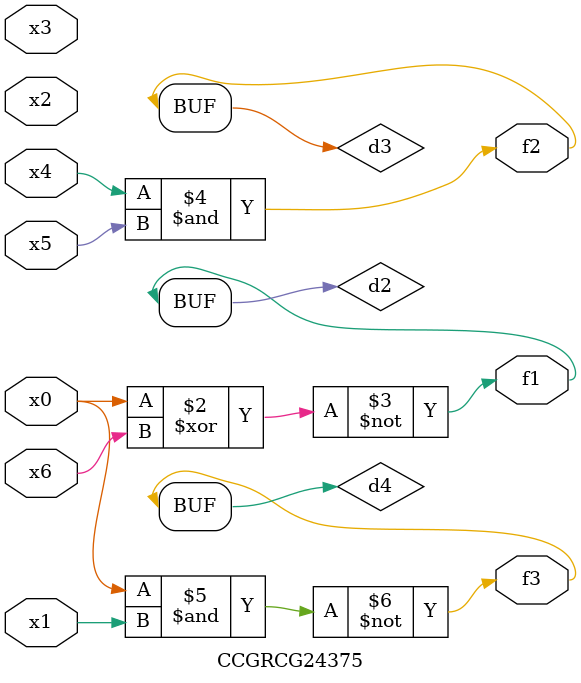
<source format=v>
module CCGRCG24375(
	input x0, x1, x2, x3, x4, x5, x6,
	output f1, f2, f3
);

	wire d1, d2, d3, d4;

	nor (d1, x0);
	xnor (d2, x0, x6);
	and (d3, x4, x5);
	nand (d4, x0, x1);
	assign f1 = d2;
	assign f2 = d3;
	assign f3 = d4;
endmodule

</source>
